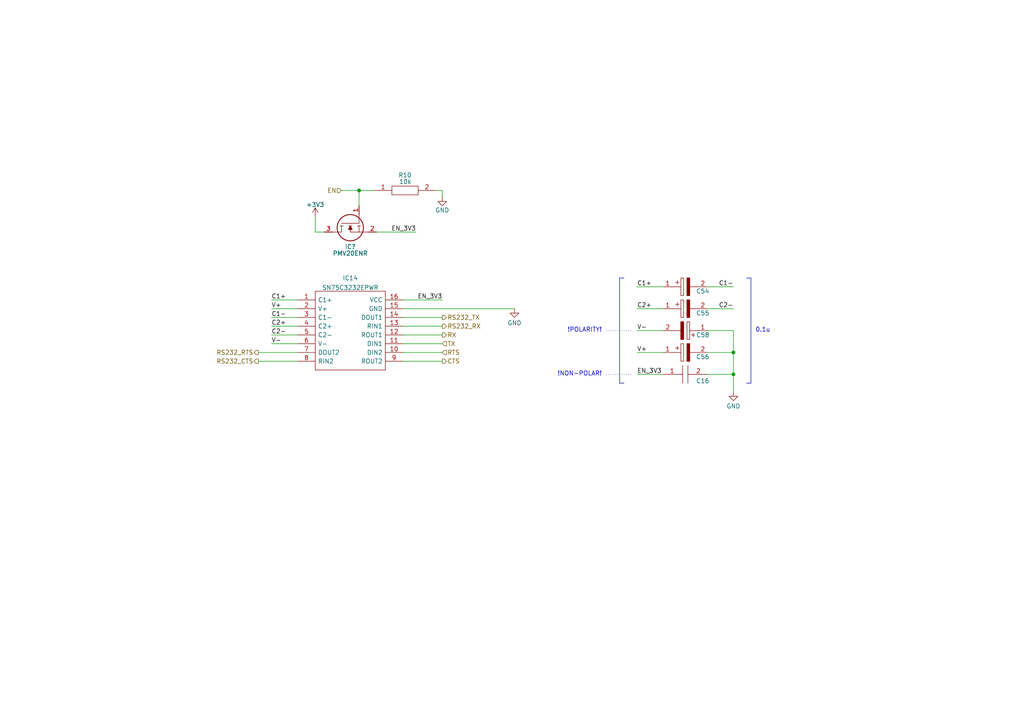
<source format=kicad_sch>
(kicad_sch
	(version 20231120)
	(generator "eeschema")
	(generator_version "8.0")
	(uuid "ffe571db-ea8d-4282-af34-5684a97c6779")
	(paper "A4")
	(title_block
		(title "Oro Link")
		(date "2023-07-15")
		(rev "6")
		(company "Oro Operating System")
		(comment 1 "://oro.sh")
		(comment 2 "Joshua Lee Junon")
	)
	(lib_symbols
		(symbol "Oro:MSAST1L3YB5104KFNA01"
			(pin_names
				(offset 0.762)
			)
			(exclude_from_sim no)
			(in_bom yes)
			(on_board yes)
			(property "Reference" "C"
				(at 8.89 6.35 0)
				(effects
					(font
						(size 1.27 1.27)
					)
					(justify left)
				)
			)
			(property "Value" "MSAST1L3YB5104KFNA01"
				(at 8.89 3.81 0)
				(effects
					(font
						(size 1.27 1.27)
					)
					(justify left)
				)
			)
			(property "Footprint" "CAPC1005X33N"
				(at 8.89 1.27 0)
				(effects
					(font
						(size 1.27 1.27)
					)
					(justify left)
					(hide yes)
				)
			)
			(property "Datasheet" "https://www.mouser.de/datasheet/2/396/TaiyoYuden_MSAST1L3YB5104KFNA01_SS-3009733.pdf"
				(at 8.89 -1.27 0)
				(effects
					(font
						(size 1.27 1.27)
					)
					(justify left)
					(hide yes)
				)
			)
			(property "Description" "Multilayer Ceramic Capacitors MLCC - SMD/SMT 0402 25VDC 0.1uF 10% X5R"
				(at 8.89 -3.81 0)
				(effects
					(font
						(size 1.27 1.27)
					)
					(justify left)
					(hide yes)
				)
			)
			(property "Height" "0.33"
				(at 8.89 -6.35 0)
				(effects
					(font
						(size 1.27 1.27)
					)
					(justify left)
					(hide yes)
				)
			)
			(property "Manufacturer_Name" "TAIYO YUDEN"
				(at 8.89 -8.89 0)
				(effects
					(font
						(size 1.27 1.27)
					)
					(justify left)
					(hide yes)
				)
			)
			(property "Manufacturer_Part_Number" "MSAST1L3YB5104KFNA01"
				(at 8.89 -11.43 0)
				(effects
					(font
						(size 1.27 1.27)
					)
					(justify left)
					(hide yes)
				)
			)
			(property "Mouser Part Number" "963-MSAST1L3YB5104KF"
				(at 8.89 -13.97 0)
				(effects
					(font
						(size 1.27 1.27)
					)
					(justify left)
					(hide yes)
				)
			)
			(property "Mouser Price/Stock" "https://www.mouser.de/ProductDetail/TAIYO-YUDEN/MSAST1L3YB5104KFNA01?qs=tlsG%2FOw5FFhBwK%252BMwEZpCA%3D%3D"
				(at 8.89 -16.51 0)
				(effects
					(font
						(size 1.27 1.27)
					)
					(justify left)
					(hide yes)
				)
			)
			(property "Arrow Part Number" ""
				(at 8.89 -19.05 0)
				(effects
					(font
						(size 1.27 1.27)
					)
					(justify left)
					(hide yes)
				)
			)
			(property "Arrow Price/Stock" ""
				(at 8.89 -21.59 0)
				(effects
					(font
						(size 1.27 1.27)
					)
					(justify left)
					(hide yes)
				)
			)
			(symbol "MSAST1L3YB5104KFNA01_0_0"
				(pin passive line
					(at 0 0 0)
					(length 5.08)
					(name "~"
						(effects
							(font
								(size 1.27 1.27)
							)
						)
					)
					(number "1"
						(effects
							(font
								(size 1.27 1.27)
							)
						)
					)
				)
				(pin passive line
					(at 12.7 0 180)
					(length 5.08)
					(name "~"
						(effects
							(font
								(size 1.27 1.27)
							)
						)
					)
					(number "2"
						(effects
							(font
								(size 1.27 1.27)
							)
						)
					)
				)
			)
			(symbol "MSAST1L3YB5104KFNA01_0_1"
				(polyline
					(pts
						(xy 5.08 0) (xy 5.588 0)
					)
					(stroke
						(width 0.1524)
						(type solid)
					)
					(fill
						(type none)
					)
				)
				(polyline
					(pts
						(xy 5.588 2.54) (xy 5.588 -2.54)
					)
					(stroke
						(width 0.1524)
						(type solid)
					)
					(fill
						(type none)
					)
				)
				(polyline
					(pts
						(xy 7.112 0) (xy 7.62 0)
					)
					(stroke
						(width 0.1524)
						(type solid)
					)
					(fill
						(type none)
					)
				)
				(polyline
					(pts
						(xy 7.112 2.54) (xy 7.112 -2.54)
					)
					(stroke
						(width 0.1524)
						(type solid)
					)
					(fill
						(type none)
					)
				)
			)
		)
		(symbol "SamacSys_Parts:CSD13380F3T"
			(pin_names
				(offset 0.762)
			)
			(exclude_from_sim no)
			(in_bom yes)
			(on_board yes)
			(property "Reference" "Q"
				(at 11.43 3.81 0)
				(effects
					(font
						(size 1.27 1.27)
					)
					(justify left)
				)
			)
			(property "Value" "CSD13380F3T"
				(at 11.43 1.27 0)
				(effects
					(font
						(size 1.27 1.27)
					)
					(justify left)
				)
			)
			(property "Footprint" "CSD13380F3T"
				(at 11.43 -1.27 0)
				(effects
					(font
						(size 1.27 1.27)
					)
					(justify left)
					(hide yes)
				)
			)
			(property "Datasheet" "https://www.ti.com/lit/ds/symlink/csd13380f3.pdf?ts=1610053095577"
				(at 11.43 -3.81 0)
				(effects
					(font
						(size 1.27 1.27)
					)
					(justify left)
					(hide yes)
				)
			)
			(property "Description" "12V, N ch NexFET MOSFET, single LGA0.6x0.7, 76mOhm"
				(at 11.43 -6.35 0)
				(effects
					(font
						(size 1.27 1.27)
					)
					(justify left)
					(hide yes)
				)
			)
			(property "Height" "0.35"
				(at 11.43 -8.89 0)
				(effects
					(font
						(size 1.27 1.27)
					)
					(justify left)
					(hide yes)
				)
			)
			(property "Manufacturer_Name" "Texas Instruments"
				(at 11.43 -11.43 0)
				(effects
					(font
						(size 1.27 1.27)
					)
					(justify left)
					(hide yes)
				)
			)
			(property "Manufacturer_Part_Number" "CSD13380F3T"
				(at 11.43 -13.97 0)
				(effects
					(font
						(size 1.27 1.27)
					)
					(justify left)
					(hide yes)
				)
			)
			(property "Mouser Part Number" "595-CSD13380F3T"
				(at 11.43 -16.51 0)
				(effects
					(font
						(size 1.27 1.27)
					)
					(justify left)
					(hide yes)
				)
			)
			(property "Mouser Price/Stock" "https://www.mouser.co.uk/ProductDetail/Texas-Instruments/CSD13380F3T?qs=S8zVn2bBIh85Rpxp8sld8w%3D%3D"
				(at 11.43 -19.05 0)
				(effects
					(font
						(size 1.27 1.27)
					)
					(justify left)
					(hide yes)
				)
			)
			(property "Arrow Part Number" "CSD13380F3T"
				(at 11.43 -21.59 0)
				(effects
					(font
						(size 1.27 1.27)
					)
					(justify left)
					(hide yes)
				)
			)
			(property "Arrow Price/Stock" "https://www.arrow.com/en/products/csd13380f3t/texas-instruments"
				(at 11.43 -24.13 0)
				(effects
					(font
						(size 1.27 1.27)
					)
					(justify left)
					(hide yes)
				)
			)
			(property "Mouser Testing Part Number" ""
				(at 11.43 -26.67 0)
				(effects
					(font
						(size 1.27 1.27)
					)
					(justify left)
					(hide yes)
				)
			)
			(property "Mouser Testing Price/Stock" ""
				(at 11.43 -29.21 0)
				(effects
					(font
						(size 1.27 1.27)
					)
					(justify left)
					(hide yes)
				)
			)
			(symbol "CSD13380F3T_0_0"
				(pin passive line
					(at 0 0 0)
					(length 2.54)
					(name "~"
						(effects
							(font
								(size 1.27 1.27)
							)
						)
					)
					(number "1"
						(effects
							(font
								(size 1.27 1.27)
							)
						)
					)
				)
				(pin passive line
					(at 7.62 -5.08 90)
					(length 2.54)
					(name "~"
						(effects
							(font
								(size 1.27 1.27)
							)
						)
					)
					(number "2"
						(effects
							(font
								(size 1.27 1.27)
							)
						)
					)
				)
				(pin passive line
					(at 7.62 10.16 270)
					(length 2.54)
					(name "~"
						(effects
							(font
								(size 1.27 1.27)
							)
						)
					)
					(number "3"
						(effects
							(font
								(size 1.27 1.27)
							)
						)
					)
				)
			)
			(symbol "CSD13380F3T_0_1"
				(polyline
					(pts
						(xy 5.842 -0.508) (xy 5.842 0.508)
					)
					(stroke
						(width 0.1524)
						(type default)
					)
					(fill
						(type none)
					)
				)
				(polyline
					(pts
						(xy 5.842 0) (xy 7.62 0)
					)
					(stroke
						(width 0.1524)
						(type default)
					)
					(fill
						(type none)
					)
				)
				(polyline
					(pts
						(xy 5.842 2.032) (xy 5.842 3.048)
					)
					(stroke
						(width 0.1524)
						(type default)
					)
					(fill
						(type none)
					)
				)
				(polyline
					(pts
						(xy 5.842 5.588) (xy 5.842 4.572)
					)
					(stroke
						(width 0.1524)
						(type default)
					)
					(fill
						(type none)
					)
				)
				(polyline
					(pts
						(xy 7.62 2.54) (xy 5.842 2.54)
					)
					(stroke
						(width 0.1524)
						(type default)
					)
					(fill
						(type none)
					)
				)
				(polyline
					(pts
						(xy 7.62 2.54) (xy 7.62 -2.54)
					)
					(stroke
						(width 0.1524)
						(type default)
					)
					(fill
						(type none)
					)
				)
				(polyline
					(pts
						(xy 7.62 5.08) (xy 5.842 5.08)
					)
					(stroke
						(width 0.1524)
						(type default)
					)
					(fill
						(type none)
					)
				)
				(polyline
					(pts
						(xy 7.62 5.08) (xy 7.62 7.62)
					)
					(stroke
						(width 0.1524)
						(type default)
					)
					(fill
						(type none)
					)
				)
				(polyline
					(pts
						(xy 2.54 0) (xy 5.08 0) (xy 5.08 5.08)
					)
					(stroke
						(width 0.1524)
						(type default)
					)
					(fill
						(type none)
					)
				)
				(polyline
					(pts
						(xy 5.842 2.54) (xy 6.858 3.048) (xy 6.858 2.032) (xy 5.842 2.54)
					)
					(stroke
						(width 0.254)
						(type default)
					)
					(fill
						(type outline)
					)
				)
				(circle
					(center 6.35 2.54)
					(radius 3.81)
					(stroke
						(width 0.254)
						(type default)
					)
					(fill
						(type none)
					)
				)
			)
		)
		(symbol "SamacSys_Parts:RK73H1ETTP1002F"
			(pin_names
				(offset 0.762)
			)
			(exclude_from_sim no)
			(in_bom yes)
			(on_board yes)
			(property "Reference" "R"
				(at 13.97 6.35 0)
				(effects
					(font
						(size 1.27 1.27)
					)
					(justify left)
				)
			)
			(property "Value" "RK73H1ETTP1002F"
				(at 13.97 3.81 0)
				(effects
					(font
						(size 1.27 1.27)
					)
					(justify left)
				)
			)
			(property "Footprint" "RESC1005X40N"
				(at 13.97 1.27 0)
				(effects
					(font
						(size 1.27 1.27)
					)
					(justify left)
					(hide yes)
				)
			)
			(property "Datasheet" "http://www.koaspeer.com/catimages/Products/RK73-RT/RK73-RT.pdf"
				(at 13.97 -1.27 0)
				(effects
					(font
						(size 1.27 1.27)
					)
					(justify left)
					(hide yes)
				)
			)
			(property "Description" "Resistor,ThickFilm1005,0.063W,10kohm"
				(at 13.97 -3.81 0)
				(effects
					(font
						(size 1.27 1.27)
					)
					(justify left)
					(hide yes)
				)
			)
			(property "Height" "0.4"
				(at 13.97 -6.35 0)
				(effects
					(font
						(size 1.27 1.27)
					)
					(justify left)
					(hide yes)
				)
			)
			(property "Manufacturer_Name" "KOA Speer"
				(at 13.97 -8.89 0)
				(effects
					(font
						(size 1.27 1.27)
					)
					(justify left)
					(hide yes)
				)
			)
			(property "Manufacturer_Part_Number" "RK73H1ETTP1002F"
				(at 13.97 -11.43 0)
				(effects
					(font
						(size 1.27 1.27)
					)
					(justify left)
					(hide yes)
				)
			)
			(property "Mouser Part Number" "660-RK73H1ETTP1002F"
				(at 13.97 -13.97 0)
				(effects
					(font
						(size 1.27 1.27)
					)
					(justify left)
					(hide yes)
				)
			)
			(property "Mouser Price/Stock" "https://www.mouser.co.uk/ProductDetail/KOA-Speer/RK73H1ETTP1002F?qs=uLfVlVfCHH2OZ4JTybrBPQ%3D%3D"
				(at 13.97 -16.51 0)
				(effects
					(font
						(size 1.27 1.27)
					)
					(justify left)
					(hide yes)
				)
			)
			(property "Arrow Part Number" "RK73H1ETTP1002F"
				(at 13.97 -19.05 0)
				(effects
					(font
						(size 1.27 1.27)
					)
					(justify left)
					(hide yes)
				)
			)
			(property "Arrow Price/Stock" "https://www.arrow.com/en/products/rk73h1ettp1002f/koa-speer-electronics?region=nac"
				(at 13.97 -21.59 0)
				(effects
					(font
						(size 1.27 1.27)
					)
					(justify left)
					(hide yes)
				)
			)
			(symbol "RK73H1ETTP1002F_0_0"
				(pin passive line
					(at 0 0 0)
					(length 5.08)
					(name "~"
						(effects
							(font
								(size 1.27 1.27)
							)
						)
					)
					(number "1"
						(effects
							(font
								(size 1.27 1.27)
							)
						)
					)
				)
				(pin passive line
					(at 17.78 0 180)
					(length 5.08)
					(name "~"
						(effects
							(font
								(size 1.27 1.27)
							)
						)
					)
					(number "2"
						(effects
							(font
								(size 1.27 1.27)
							)
						)
					)
				)
			)
			(symbol "RK73H1ETTP1002F_0_1"
				(polyline
					(pts
						(xy 5.08 1.27) (xy 12.7 1.27) (xy 12.7 -1.27) (xy 5.08 -1.27) (xy 5.08 1.27)
					)
					(stroke
						(width 0.1524)
						(type solid)
					)
					(fill
						(type none)
					)
				)
			)
		)
		(symbol "SamacSys_Parts:SN75C3232EPWR"
			(pin_names
				(offset 0.762)
			)
			(exclude_from_sim no)
			(in_bom yes)
			(on_board yes)
			(property "Reference" "IC"
				(at 26.67 7.62 0)
				(effects
					(font
						(size 1.27 1.27)
					)
					(justify left)
				)
			)
			(property "Value" "SN75C3232EPWR"
				(at 26.67 5.08 0)
				(effects
					(font
						(size 1.27 1.27)
					)
					(justify left)
				)
			)
			(property "Footprint" "SOP65P640X120-16N"
				(at 26.67 2.54 0)
				(effects
					(font
						(size 1.27 1.27)
					)
					(justify left)
					(hide yes)
				)
			)
			(property "Datasheet" "http://www.ti.com/lit/gpn/sn75c3232e"
				(at 26.67 0 0)
				(effects
					(font
						(size 1.27 1.27)
					)
					(justify left)
					(hide yes)
				)
			)
			(property "Description" "3-V To 5.5-V Two Channel RS-232 1 Mbit/s Line Driver/Receiver with +/-15 kV IEC ESD Protection"
				(at 26.67 -2.54 0)
				(effects
					(font
						(size 1.27 1.27)
					)
					(justify left)
					(hide yes)
				)
			)
			(property "Height" "1.2"
				(at 26.67 -5.08 0)
				(effects
					(font
						(size 1.27 1.27)
					)
					(justify left)
					(hide yes)
				)
			)
			(property "Manufacturer_Name" "Texas Instruments"
				(at 26.67 -7.62 0)
				(effects
					(font
						(size 1.27 1.27)
					)
					(justify left)
					(hide yes)
				)
			)
			(property "Manufacturer_Part_Number" "SN75C3232EPWR"
				(at 26.67 -10.16 0)
				(effects
					(font
						(size 1.27 1.27)
					)
					(justify left)
					(hide yes)
				)
			)
			(property "Mouser Part Number" "595-SN75C3232EPWR"
				(at 26.67 -12.7 0)
				(effects
					(font
						(size 1.27 1.27)
					)
					(justify left)
					(hide yes)
				)
			)
			(property "Mouser Price/Stock" "https://www.mouser.com/Search/Refine.aspx?Keyword=595-SN75C3232EPWR"
				(at 26.67 -15.24 0)
				(effects
					(font
						(size 1.27 1.27)
					)
					(justify left)
					(hide yes)
				)
			)
			(property "Arrow Part Number" "SN75C3232EPWR"
				(at 26.67 -17.78 0)
				(effects
					(font
						(size 1.27 1.27)
					)
					(justify left)
					(hide yes)
				)
			)
			(property "Arrow Price/Stock" "https://www.arrow.com/en/products/sn75c3232epwr/texas-instruments"
				(at 26.67 -20.32 0)
				(effects
					(font
						(size 1.27 1.27)
					)
					(justify left)
					(hide yes)
				)
			)
			(symbol "SN75C3232EPWR_0_0"
				(pin passive line
					(at 0 0 0)
					(length 5.08)
					(name "C1+"
						(effects
							(font
								(size 1.27 1.27)
							)
						)
					)
					(number "1"
						(effects
							(font
								(size 1.27 1.27)
							)
						)
					)
				)
				(pin passive line
					(at 30.48 -15.24 180)
					(length 5.08)
					(name "DIN2"
						(effects
							(font
								(size 1.27 1.27)
							)
						)
					)
					(number "10"
						(effects
							(font
								(size 1.27 1.27)
							)
						)
					)
				)
				(pin passive line
					(at 30.48 -12.7 180)
					(length 5.08)
					(name "DIN1"
						(effects
							(font
								(size 1.27 1.27)
							)
						)
					)
					(number "11"
						(effects
							(font
								(size 1.27 1.27)
							)
						)
					)
				)
				(pin passive line
					(at 30.48 -10.16 180)
					(length 5.08)
					(name "ROUT1"
						(effects
							(font
								(size 1.27 1.27)
							)
						)
					)
					(number "12"
						(effects
							(font
								(size 1.27 1.27)
							)
						)
					)
				)
				(pin passive line
					(at 30.48 -7.62 180)
					(length 5.08)
					(name "RIN1"
						(effects
							(font
								(size 1.27 1.27)
							)
						)
					)
					(number "13"
						(effects
							(font
								(size 1.27 1.27)
							)
						)
					)
				)
				(pin passive line
					(at 30.48 -5.08 180)
					(length 5.08)
					(name "DOUT1"
						(effects
							(font
								(size 1.27 1.27)
							)
						)
					)
					(number "14"
						(effects
							(font
								(size 1.27 1.27)
							)
						)
					)
				)
				(pin passive line
					(at 30.48 -2.54 180)
					(length 5.08)
					(name "GND"
						(effects
							(font
								(size 1.27 1.27)
							)
						)
					)
					(number "15"
						(effects
							(font
								(size 1.27 1.27)
							)
						)
					)
				)
				(pin passive line
					(at 30.48 0 180)
					(length 5.08)
					(name "VCC"
						(effects
							(font
								(size 1.27 1.27)
							)
						)
					)
					(number "16"
						(effects
							(font
								(size 1.27 1.27)
							)
						)
					)
				)
				(pin passive line
					(at 0 -2.54 0)
					(length 5.08)
					(name "V+"
						(effects
							(font
								(size 1.27 1.27)
							)
						)
					)
					(number "2"
						(effects
							(font
								(size 1.27 1.27)
							)
						)
					)
				)
				(pin passive line
					(at 0 -5.08 0)
					(length 5.08)
					(name "C1-"
						(effects
							(font
								(size 1.27 1.27)
							)
						)
					)
					(number "3"
						(effects
							(font
								(size 1.27 1.27)
							)
						)
					)
				)
				(pin passive line
					(at 0 -7.62 0)
					(length 5.08)
					(name "C2+"
						(effects
							(font
								(size 1.27 1.27)
							)
						)
					)
					(number "4"
						(effects
							(font
								(size 1.27 1.27)
							)
						)
					)
				)
				(pin passive line
					(at 0 -10.16 0)
					(length 5.08)
					(name "C2-"
						(effects
							(font
								(size 1.27 1.27)
							)
						)
					)
					(number "5"
						(effects
							(font
								(size 1.27 1.27)
							)
						)
					)
				)
				(pin passive line
					(at 0 -12.7 0)
					(length 5.08)
					(name "V-"
						(effects
							(font
								(size 1.27 1.27)
							)
						)
					)
					(number "6"
						(effects
							(font
								(size 1.27 1.27)
							)
						)
					)
				)
				(pin passive line
					(at 0 -15.24 0)
					(length 5.08)
					(name "DOUT2"
						(effects
							(font
								(size 1.27 1.27)
							)
						)
					)
					(number "7"
						(effects
							(font
								(size 1.27 1.27)
							)
						)
					)
				)
				(pin passive line
					(at 0 -17.78 0)
					(length 5.08)
					(name "RIN2"
						(effects
							(font
								(size 1.27 1.27)
							)
						)
					)
					(number "8"
						(effects
							(font
								(size 1.27 1.27)
							)
						)
					)
				)
				(pin passive line
					(at 30.48 -17.78 180)
					(length 5.08)
					(name "ROUT2"
						(effects
							(font
								(size 1.27 1.27)
							)
						)
					)
					(number "9"
						(effects
							(font
								(size 1.27 1.27)
							)
						)
					)
				)
			)
			(symbol "SN75C3232EPWR_0_1"
				(polyline
					(pts
						(xy 5.08 2.54) (xy 25.4 2.54) (xy 25.4 -20.32) (xy 5.08 -20.32) (xy 5.08 2.54)
					)
					(stroke
						(width 0.1524)
						(type solid)
					)
					(fill
						(type none)
					)
				)
			)
		)
		(symbol "SamacSys_Parts:UUP1H0R1MCL1GS"
			(pin_names
				(offset 0.762)
			)
			(exclude_from_sim no)
			(in_bom yes)
			(on_board yes)
			(property "Reference" "C"
				(at 8.89 6.35 0)
				(effects
					(font
						(size 1.27 1.27)
					)
					(justify left)
				)
			)
			(property "Value" "UUP1H0R1MCL1GS"
				(at 8.89 3.81 0)
				(effects
					(font
						(size 1.27 1.27)
					)
					(justify left)
				)
			)
			(property "Footprint" "CAPAE430X610N"
				(at 8.89 1.27 0)
				(effects
					(font
						(size 1.27 1.27)
					)
					(justify left)
					(hide yes)
				)
			)
			(property "Datasheet" "http://www.mouser.com/datasheet/2/293/e-uup-1513248.pdf"
				(at 8.89 -1.27 0)
				(effects
					(font
						(size 1.27 1.27)
					)
					(justify left)
					(hide yes)
				)
			)
			(property "Description" "Aluminum Electrolytic Capacitors - SMD 35volts 0.1uF 85c 4X5.8"
				(at 8.89 -3.81 0)
				(effects
					(font
						(size 1.27 1.27)
					)
					(justify left)
					(hide yes)
				)
			)
			(property "Height" "6.1"
				(at 8.89 -6.35 0)
				(effects
					(font
						(size 1.27 1.27)
					)
					(justify left)
					(hide yes)
				)
			)
			(property "Manufacturer_Name" "Nichicon"
				(at 8.89 -8.89 0)
				(effects
					(font
						(size 1.27 1.27)
					)
					(justify left)
					(hide yes)
				)
			)
			(property "Manufacturer_Part_Number" "UUP1H0R1MCL1GS"
				(at 8.89 -11.43 0)
				(effects
					(font
						(size 1.27 1.27)
					)
					(justify left)
					(hide yes)
				)
			)
			(property "Mouser Part Number" "647-UUP1H0R1MCL1GS"
				(at 8.89 -13.97 0)
				(effects
					(font
						(size 1.27 1.27)
					)
					(justify left)
					(hide yes)
				)
			)
			(property "Mouser Price/Stock" "https://www.mouser.co.uk/ProductDetail/Nichicon/UUP1H0R1MCL1GS?qs=huzeVNXgovXvQmoxbanaNw%3D%3D"
				(at 8.89 -16.51 0)
				(effects
					(font
						(size 1.27 1.27)
					)
					(justify left)
					(hide yes)
				)
			)
			(property "Arrow Part Number" "UUP1H0R1MCL1GS"
				(at 8.89 -19.05 0)
				(effects
					(font
						(size 1.27 1.27)
					)
					(justify left)
					(hide yes)
				)
			)
			(property "Arrow Price/Stock" "https://www.arrow.com/en/products/uup1h0r1mcl1gs/nichicon?region=nac"
				(at 8.89 -21.59 0)
				(effects
					(font
						(size 1.27 1.27)
					)
					(justify left)
					(hide yes)
				)
			)
			(symbol "UUP1H0R1MCL1GS_0_0"
				(pin passive line
					(at 0 0 0)
					(length 2.54)
					(name "~"
						(effects
							(font
								(size 1.27 1.27)
							)
						)
					)
					(number "1"
						(effects
							(font
								(size 1.27 1.27)
							)
						)
					)
				)
				(pin passive line
					(at 12.7 0 180)
					(length 2.54)
					(name "~"
						(effects
							(font
								(size 1.27 1.27)
							)
						)
					)
					(number "2"
						(effects
							(font
								(size 1.27 1.27)
							)
						)
					)
				)
			)
			(symbol "UUP1H0R1MCL1GS_0_1"
				(polyline
					(pts
						(xy 2.54 0) (xy 5.08 0)
					)
					(stroke
						(width 0.1524)
						(type solid)
					)
					(fill
						(type none)
					)
				)
				(polyline
					(pts
						(xy 4.064 1.778) (xy 4.064 0.762)
					)
					(stroke
						(width 0.1524)
						(type solid)
					)
					(fill
						(type none)
					)
				)
				(polyline
					(pts
						(xy 4.572 1.27) (xy 3.556 1.27)
					)
					(stroke
						(width 0.1524)
						(type solid)
					)
					(fill
						(type none)
					)
				)
				(polyline
					(pts
						(xy 7.62 0) (xy 10.16 0)
					)
					(stroke
						(width 0.1524)
						(type solid)
					)
					(fill
						(type none)
					)
				)
				(polyline
					(pts
						(xy 5.08 2.54) (xy 5.08 -2.54) (xy 5.842 -2.54) (xy 5.842 2.54) (xy 5.08 2.54)
					)
					(stroke
						(width 0.1524)
						(type solid)
					)
					(fill
						(type none)
					)
				)
				(polyline
					(pts
						(xy 7.62 2.54) (xy 7.62 -2.54) (xy 6.858 -2.54) (xy 6.858 2.54) (xy 7.62 2.54)
					)
					(stroke
						(width 0.254)
						(type solid)
					)
					(fill
						(type outline)
					)
				)
			)
		)
		(symbol "power:+3V3"
			(power)
			(pin_names
				(offset 0)
			)
			(exclude_from_sim no)
			(in_bom yes)
			(on_board yes)
			(property "Reference" "#PWR"
				(at 0 -3.81 0)
				(effects
					(font
						(size 1.27 1.27)
					)
					(hide yes)
				)
			)
			(property "Value" "+3V3"
				(at 0 3.556 0)
				(effects
					(font
						(size 1.27 1.27)
					)
				)
			)
			(property "Footprint" ""
				(at 0 0 0)
				(effects
					(font
						(size 1.27 1.27)
					)
					(hide yes)
				)
			)
			(property "Datasheet" ""
				(at 0 0 0)
				(effects
					(font
						(size 1.27 1.27)
					)
					(hide yes)
				)
			)
			(property "Description" "Power symbol creates a global label with name \"+3V3\""
				(at 0 0 0)
				(effects
					(font
						(size 1.27 1.27)
					)
					(hide yes)
				)
			)
			(property "ki_keywords" "global power"
				(at 0 0 0)
				(effects
					(font
						(size 1.27 1.27)
					)
					(hide yes)
				)
			)
			(symbol "+3V3_0_1"
				(polyline
					(pts
						(xy -0.762 1.27) (xy 0 2.54)
					)
					(stroke
						(width 0)
						(type default)
					)
					(fill
						(type none)
					)
				)
				(polyline
					(pts
						(xy 0 0) (xy 0 2.54)
					)
					(stroke
						(width 0)
						(type default)
					)
					(fill
						(type none)
					)
				)
				(polyline
					(pts
						(xy 0 2.54) (xy 0.762 1.27)
					)
					(stroke
						(width 0)
						(type default)
					)
					(fill
						(type none)
					)
				)
			)
			(symbol "+3V3_1_1"
				(pin power_in line
					(at 0 0 90)
					(length 0) hide
					(name "+3V3"
						(effects
							(font
								(size 1.27 1.27)
							)
						)
					)
					(number "1"
						(effects
							(font
								(size 1.27 1.27)
							)
						)
					)
				)
			)
		)
		(symbol "power:GND"
			(power)
			(pin_names
				(offset 0)
			)
			(exclude_from_sim no)
			(in_bom yes)
			(on_board yes)
			(property "Reference" "#PWR"
				(at 0 -6.35 0)
				(effects
					(font
						(size 1.27 1.27)
					)
					(hide yes)
				)
			)
			(property "Value" "GND"
				(at 0 -3.81 0)
				(effects
					(font
						(size 1.27 1.27)
					)
				)
			)
			(property "Footprint" ""
				(at 0 0 0)
				(effects
					(font
						(size 1.27 1.27)
					)
					(hide yes)
				)
			)
			(property "Datasheet" ""
				(at 0 0 0)
				(effects
					(font
						(size 1.27 1.27)
					)
					(hide yes)
				)
			)
			(property "Description" "Power symbol creates a global label with name \"GND\" , ground"
				(at 0 0 0)
				(effects
					(font
						(size 1.27 1.27)
					)
					(hide yes)
				)
			)
			(property "ki_keywords" "global power"
				(at 0 0 0)
				(effects
					(font
						(size 1.27 1.27)
					)
					(hide yes)
				)
			)
			(symbol "GND_0_1"
				(polyline
					(pts
						(xy 0 0) (xy 0 -1.27) (xy 1.27 -1.27) (xy 0 -2.54) (xy -1.27 -1.27) (xy 0 -1.27)
					)
					(stroke
						(width 0)
						(type default)
					)
					(fill
						(type none)
					)
				)
			)
			(symbol "GND_1_1"
				(pin power_in line
					(at 0 0 270)
					(length 0) hide
					(name "GND"
						(effects
							(font
								(size 1.27 1.27)
							)
						)
					)
					(number "1"
						(effects
							(font
								(size 1.27 1.27)
							)
						)
					)
				)
			)
		)
	)
	(junction
		(at 104.14 55.245)
		(diameter 0)
		(color 0 0 0 0)
		(uuid "a11b1d7e-f885-4824-873f-d1b83e0a08dc")
	)
	(junction
		(at 212.725 102.235)
		(diameter 0)
		(color 0 0 0 0)
		(uuid "b153dc2d-d720-43ec-88cd-b04d77d5f3ce")
	)
	(junction
		(at 212.725 108.585)
		(diameter 0)
		(color 0 0 0 0)
		(uuid "b380e257-24d3-4bf0-b764-a5f06fd40e65")
	)
	(wire
		(pts
			(xy 116.84 92.075) (xy 128.27 92.075)
		)
		(stroke
			(width 0)
			(type default)
		)
		(uuid "0d66be49-115c-4321-8d3d-7b2cb961fd8f")
	)
	(wire
		(pts
			(xy 116.84 86.995) (xy 128.27 86.995)
		)
		(stroke
			(width 0)
			(type default)
		)
		(uuid "1b0c3fa9-1932-4ba2-8d7a-bcb433e418d2")
	)
	(wire
		(pts
			(xy 91.44 62.865) (xy 91.44 67.31)
		)
		(stroke
			(width 0)
			(type default)
		)
		(uuid "26610666-1387-4745-8704-5704c8f03053")
	)
	(wire
		(pts
			(xy 212.725 108.585) (xy 212.725 113.665)
		)
		(stroke
			(width 0)
			(type default)
		)
		(uuid "29cabc9a-878d-465c-9412-f8e0cab649bf")
	)
	(wire
		(pts
			(xy 128.27 55.245) (xy 128.27 57.15)
		)
		(stroke
			(width 0)
			(type default)
		)
		(uuid "2c419f0b-f465-4afa-a96e-9bcf136ce129")
	)
	(wire
		(pts
			(xy 104.14 55.245) (xy 104.14 59.69)
		)
		(stroke
			(width 0)
			(type default)
		)
		(uuid "4737765d-9db5-4b3f-86c4-8bfb92af9031")
	)
	(wire
		(pts
			(xy 104.14 55.245) (xy 99.06 55.245)
		)
		(stroke
			(width 0)
			(type default)
		)
		(uuid "4a06f52a-a253-4e85-abb5-01ce036d576b")
	)
	(wire
		(pts
			(xy 184.785 95.885) (xy 192.405 95.885)
		)
		(stroke
			(width 0)
			(type default)
		)
		(uuid "4a90b78b-84a2-4ac3-b08d-cdfd9d8e9e9f")
	)
	(wire
		(pts
			(xy 78.74 99.695) (xy 86.36 99.695)
		)
		(stroke
			(width 0)
			(type default)
		)
		(uuid "54c9216b-6402-4cb4-b3ec-752b7de18684")
	)
	(wire
		(pts
			(xy 126.365 55.245) (xy 128.27 55.245)
		)
		(stroke
			(width 0)
			(type default)
		)
		(uuid "6a925d6f-72e6-4d24-90ba-34dccd054f6c")
	)
	(wire
		(pts
			(xy 78.74 89.535) (xy 86.36 89.535)
		)
		(stroke
			(width 0)
			(type default)
		)
		(uuid "74f55c40-c75f-467d-b906-b59b2e947972")
	)
	(wire
		(pts
			(xy 78.74 86.995) (xy 86.36 86.995)
		)
		(stroke
			(width 0)
			(type default)
		)
		(uuid "7861e053-1ad7-46cc-b028-a5bbab378503")
	)
	(wire
		(pts
			(xy 116.84 99.695) (xy 128.27 99.695)
		)
		(stroke
			(width 0)
			(type default)
		)
		(uuid "8645fbb3-9702-416a-a4e3-c3062d2762ed")
	)
	(wire
		(pts
			(xy 184.785 83.185) (xy 192.405 83.185)
		)
		(stroke
			(width 0)
			(type default)
		)
		(uuid "8a5f2cd1-0aed-4eca-be28-dc1793b060a9")
	)
	(wire
		(pts
			(xy 212.725 102.235) (xy 212.725 108.585)
		)
		(stroke
			(width 0)
			(type default)
		)
		(uuid "8d110a4d-f5e7-4fa0-852f-5db4e844cb13")
	)
	(wire
		(pts
			(xy 212.725 95.885) (xy 212.725 102.235)
		)
		(stroke
			(width 0)
			(type default)
		)
		(uuid "8eae00b2-2df2-40ec-b89e-3c876c232e7e")
	)
	(wire
		(pts
			(xy 184.785 108.585) (xy 192.405 108.585)
		)
		(stroke
			(width 0)
			(type default)
		)
		(uuid "929d0e65-4d02-4321-bb2e-7ca3885a5688")
	)
	(wire
		(pts
			(xy 212.725 83.185) (xy 205.105 83.185)
		)
		(stroke
			(width 0)
			(type default)
		)
		(uuid "a227bb33-6892-4d21-b53c-9d30ebab5d55")
	)
	(wire
		(pts
			(xy 116.84 104.775) (xy 128.27 104.775)
		)
		(stroke
			(width 0)
			(type default)
		)
		(uuid "a7dfe36c-1d51-4736-b51f-624643250141")
	)
	(wire
		(pts
			(xy 116.84 94.615) (xy 128.27 94.615)
		)
		(stroke
			(width 0)
			(type default)
		)
		(uuid "b40f1fac-b93b-4991-84a3-b123677d802f")
	)
	(wire
		(pts
			(xy 74.93 104.775) (xy 86.36 104.775)
		)
		(stroke
			(width 0)
			(type default)
		)
		(uuid "bea4811b-58fc-4441-a23b-f6ab9ad2145d")
	)
	(wire
		(pts
			(xy 91.44 67.31) (xy 93.98 67.31)
		)
		(stroke
			(width 0)
			(type default)
		)
		(uuid "c4f08b43-d1a3-43a8-9b9c-a0893d2ba8cf")
	)
	(wire
		(pts
			(xy 108.585 55.245) (xy 104.14 55.245)
		)
		(stroke
			(width 0)
			(type default)
		)
		(uuid "c865440e-f257-4f38-9426-2392071a6fc6")
	)
	(wire
		(pts
			(xy 184.785 89.535) (xy 192.405 89.535)
		)
		(stroke
			(width 0)
			(type default)
		)
		(uuid "c998962b-2f7d-4cf4-959c-06d0f8d5b77d")
	)
	(wire
		(pts
			(xy 205.105 108.585) (xy 212.725 108.585)
		)
		(stroke
			(width 0)
			(type default)
		)
		(uuid "cc7b822b-2b20-4784-a541-d025b7de2665")
	)
	(wire
		(pts
			(xy 78.74 94.615) (xy 86.36 94.615)
		)
		(stroke
			(width 0)
			(type default)
		)
		(uuid "ced3942e-d2c2-4914-bd13-696cc4d38f28")
	)
	(wire
		(pts
			(xy 74.93 102.235) (xy 86.36 102.235)
		)
		(stroke
			(width 0)
			(type default)
		)
		(uuid "d0b6c5d3-ddb9-4a39-b9f0-c8aea0242e7e")
	)
	(wire
		(pts
			(xy 205.105 102.235) (xy 212.725 102.235)
		)
		(stroke
			(width 0)
			(type default)
		)
		(uuid "db00529c-9a4c-4339-a8ff-1f3b18616a0e")
	)
	(wire
		(pts
			(xy 78.74 97.155) (xy 86.36 97.155)
		)
		(stroke
			(width 0)
			(type default)
		)
		(uuid "dfd1706d-9414-45f6-870d-38e41695135d")
	)
	(wire
		(pts
			(xy 120.65 67.31) (xy 109.22 67.31)
		)
		(stroke
			(width 0)
			(type default)
		)
		(uuid "e500e60c-30e6-48b8-8cca-82b6d8e99ffd")
	)
	(wire
		(pts
			(xy 184.785 102.235) (xy 192.405 102.235)
		)
		(stroke
			(width 0)
			(type default)
		)
		(uuid "e5ad6fa9-15e5-47b1-ae72-d9732ce163c4")
	)
	(wire
		(pts
			(xy 116.84 89.535) (xy 149.225 89.535)
		)
		(stroke
			(width 0)
			(type default)
		)
		(uuid "e8549487-7030-49fe-bb95-5fc6054e65da")
	)
	(wire
		(pts
			(xy 116.84 97.155) (xy 128.27 97.155)
		)
		(stroke
			(width 0)
			(type default)
		)
		(uuid "ee0894a3-7836-4b79-b3cf-ebf272e49768")
	)
	(wire
		(pts
			(xy 78.74 92.075) (xy 86.36 92.075)
		)
		(stroke
			(width 0)
			(type default)
		)
		(uuid "eebc0d2b-793b-4796-9d27-0a8b7f62e438")
	)
	(wire
		(pts
			(xy 205.105 95.885) (xy 212.725 95.885)
		)
		(stroke
			(width 0)
			(type default)
		)
		(uuid "f0f79810-77e6-444a-829c-11427eb70b5c")
	)
	(wire
		(pts
			(xy 212.725 89.535) (xy 205.105 89.535)
		)
		(stroke
			(width 0)
			(type default)
		)
		(uuid "f793fd85-495d-486f-a8c5-394cf3007a85")
	)
	(wire
		(pts
			(xy 116.84 102.235) (xy 128.27 102.235)
		)
		(stroke
			(width 0)
			(type default)
		)
		(uuid "faff8f99-2bb2-4c9b-ab1d-f4bafd9fdbdd")
	)
	(rectangle
		(start 179.705 80.645)
		(end 180.975 80.645)
		(stroke
			(width 0)
			(type default)
		)
		(fill
			(type none)
		)
		(uuid 07020cfa-66a3-458d-8a37-c0d34150efab)
	)
	(rectangle
		(start 179.705 111.125)
		(end 180.975 111.125)
		(stroke
			(width 0)
			(type default)
		)
		(fill
			(type none)
		)
		(uuid 12319d57-423b-44a0-985b-d1f6013f69fc)
	)
	(rectangle
		(start 217.805 80.645)
		(end 217.805 111.125)
		(stroke
			(width 0)
			(type default)
		)
		(fill
			(type none)
		)
		(uuid 3786dbd4-8a08-48c6-a094-9498179431de)
	)
	(rectangle
		(start 179.705 111.125)
		(end 179.705 80.645)
		(stroke
			(width 0)
			(type default)
		)
		(fill
			(type none)
		)
		(uuid 499afc96-ded0-414b-b833-3c3bf11134c4)
	)
	(rectangle
		(start 175.895 108.585)
		(end 183.515 108.585)
		(stroke
			(width 0)
			(type dot)
		)
		(fill
			(type none)
		)
		(uuid 59e2b7bc-fd8b-4352-a4ed-1ee67d59e3a8)
	)
	(rectangle
		(start 175.895 95.885)
		(end 183.515 95.885)
		(stroke
			(width 0)
			(type dot)
		)
		(fill
			(type none)
		)
		(uuid 80e63c67-6bc3-4840-9931-6fbc1931cf92)
	)
	(rectangle
		(start 216.535 111.125)
		(end 217.805 111.125)
		(stroke
			(width 0)
			(type default)
		)
		(fill
			(type none)
		)
		(uuid e9b7ab34-990f-4ceb-940b-d8f9f4de783e)
	)
	(rectangle
		(start 216.535 80.645)
		(end 217.805 80.645)
		(stroke
			(width 0)
			(type default)
		)
		(fill
			(type none)
		)
		(uuid f3600112-cab0-4f81-83bf-12fb12b317b5)
	)
	(text "!POLARITY!"
		(exclude_from_sim no)
		(at 174.625 96.52 0)
		(effects
			(font
				(size 1.27 1.27)
			)
			(justify right bottom)
		)
		(uuid "07a4f25c-8f1b-4830-a9fe-29f462ab6c78")
	)
	(text "!NON-POLAR!"
		(exclude_from_sim no)
		(at 174.625 109.22 0)
		(effects
			(font
				(size 1.27 1.27)
			)
			(justify right bottom)
		)
		(uuid "6ef265cc-c1f6-43c0-b1db-da84aaa318a3")
	)
	(text "0.1u"
		(exclude_from_sim no)
		(at 219.075 96.52 0)
		(effects
			(font
				(size 1.27 1.27)
			)
			(justify left bottom)
		)
		(uuid "c60f7189-d8d4-4926-b6a5-f2495e4269e7")
	)
	(label "V+"
		(at 184.785 102.235 0)
		(fields_autoplaced yes)
		(effects
			(font
				(size 1.27 1.27)
			)
			(justify left bottom)
		)
		(uuid "027971a8-aa82-40f4-aed2-50e73771ff7c")
	)
	(label "V-"
		(at 78.74 99.695 0)
		(fields_autoplaced yes)
		(effects
			(font
				(size 1.27 1.27)
			)
			(justify left bottom)
		)
		(uuid "4de4d5ff-3c68-4fe1-b493-bfa467a29bdb")
	)
	(label "V+"
		(at 78.74 89.535 0)
		(fields_autoplaced yes)
		(effects
			(font
				(size 1.27 1.27)
			)
			(justify left bottom)
		)
		(uuid "57d50a80-8ed3-41f9-a542-5738db3c75b1")
	)
	(label "C2+"
		(at 184.785 89.535 0)
		(fields_autoplaced yes)
		(effects
			(font
				(size 1.27 1.27)
			)
			(justify left bottom)
		)
		(uuid "67ebc332-0cef-4775-a799-21d71e29e1e6")
	)
	(label "C1-"
		(at 78.74 92.075 0)
		(fields_autoplaced yes)
		(effects
			(font
				(size 1.27 1.27)
			)
			(justify left bottom)
		)
		(uuid "802dbbd3-766f-478c-9856-1e5a1fa2397c")
	)
	(label "EN_3V3"
		(at 184.785 108.585 0)
		(fields_autoplaced yes)
		(effects
			(font
				(size 1.27 1.27)
			)
			(justify left bottom)
		)
		(uuid "8150aa77-ef76-44c2-8340-ec7335fcced8")
	)
	(label "EN_3V3"
		(at 128.27 86.995 180)
		(fields_autoplaced yes)
		(effects
			(font
				(size 1.27 1.27)
			)
			(justify right bottom)
		)
		(uuid "950128f7-a996-4235-a415-483242967c82")
	)
	(label "EN_3V3"
		(at 120.65 67.31 180)
		(fields_autoplaced yes)
		(effects
			(font
				(size 1.27 1.27)
			)
			(justify right bottom)
		)
		(uuid "9f63e8e5-5397-43b9-9134-c136527423ba")
	)
	(label "C2-"
		(at 212.725 89.535 180)
		(fields_autoplaced yes)
		(effects
			(font
				(size 1.27 1.27)
			)
			(justify right bottom)
		)
		(uuid "a27b65da-8e2a-4af0-8f32-85135a42f997")
	)
	(label "C1-"
		(at 212.725 83.185 180)
		(fields_autoplaced yes)
		(effects
			(font
				(size 1.27 1.27)
			)
			(justify right bottom)
		)
		(uuid "b4d35a2a-89f6-4e3a-b34c-e0e4fef2f44c")
	)
	(label "C2+"
		(at 78.74 94.615 0)
		(fields_autoplaced yes)
		(effects
			(font
				(size 1.27 1.27)
			)
			(justify left bottom)
		)
		(uuid "c8723387-45a3-46e3-a253-1993f08b7264")
	)
	(label "C1+"
		(at 78.74 86.995 0)
		(fields_autoplaced yes)
		(effects
			(font
				(size 1.27 1.27)
			)
			(justify left bottom)
		)
		(uuid "ebe2e7ca-68c6-4046-bf33-8b547cfc06f0")
	)
	(label "V-"
		(at 184.785 95.885 0)
		(fields_autoplaced yes)
		(effects
			(font
				(size 1.27 1.27)
			)
			(justify left bottom)
		)
		(uuid "f5187f3b-4a32-430c-a7ad-125cb913b16a")
	)
	(label "C2-"
		(at 78.74 97.155 0)
		(fields_autoplaced yes)
		(effects
			(font
				(size 1.27 1.27)
			)
			(justify left bottom)
		)
		(uuid "f547165f-7046-4eb1-b09a-d34e1ff3456e")
	)
	(label "C1+"
		(at 184.785 83.185 0)
		(fields_autoplaced yes)
		(effects
			(font
				(size 1.27 1.27)
			)
			(justify left bottom)
		)
		(uuid "fcba9fa8-647e-40e2-a0b7-3bafff6188f1")
	)
	(hierarchical_label "RTS"
		(shape input)
		(at 128.27 102.235 0)
		(fields_autoplaced yes)
		(effects
			(font
				(size 1.27 1.27)
			)
			(justify left)
		)
		(uuid "1c5dc82c-b003-4083-a1b4-63f15a75726e")
	)
	(hierarchical_label "RS232_RTS"
		(shape output)
		(at 74.93 102.235 180)
		(fields_autoplaced yes)
		(effects
			(font
				(size 1.27 1.27)
			)
			(justify right)
		)
		(uuid "1d096569-672a-4ef0-aaea-72197db94d8c")
	)
	(hierarchical_label "RX"
		(shape output)
		(at 128.27 97.155 0)
		(fields_autoplaced yes)
		(effects
			(font
				(size 1.27 1.27)
			)
			(justify left)
		)
		(uuid "3f4e7419-607e-424f-b635-3a8f71d3071a")
	)
	(hierarchical_label "RS232_RX"
		(shape output)
		(at 128.27 94.615 0)
		(fields_autoplaced yes)
		(effects
			(font
				(size 1.27 1.27)
			)
			(justify left)
		)
		(uuid "8dc0e5d6-73af-4106-9ca8-3b9e5296e5f5")
	)
	(hierarchical_label "RS232_TX"
		(shape output)
		(at 128.27 92.075 0)
		(fields_autoplaced yes)
		(effects
			(font
				(size 1.27 1.27)
			)
			(justify left)
		)
		(uuid "bf28723a-5dba-4ffb-938c-d3687e923280")
	)
	(hierarchical_label "RS232_CTS"
		(shape output)
		(at 74.93 104.775 180)
		(fields_autoplaced yes)
		(effects
			(font
				(size 1.27 1.27)
			)
			(justify right)
		)
		(uuid "ebed58e0-c1ac-4e22-899d-1fd0f4fbbf87")
	)
	(hierarchical_label "CTS"
		(shape output)
		(at 128.27 104.775 0)
		(fields_autoplaced yes)
		(effects
			(font
				(size 1.27 1.27)
			)
			(justify left)
		)
		(uuid "ec9ff147-1bbe-4fcd-840e-e43743b6bf54")
	)
	(hierarchical_label "EN"
		(shape input)
		(at 99.06 55.245 180)
		(fields_autoplaced yes)
		(effects
			(font
				(size 1.27 1.27)
			)
			(justify right)
		)
		(uuid "ecacfba5-39dd-44a7-892b-0a3809ad44df")
	)
	(hierarchical_label "TX"
		(shape input)
		(at 128.27 99.695 0)
		(fields_autoplaced yes)
		(effects
			(font
				(size 1.27 1.27)
			)
			(justify left)
		)
		(uuid "f33f3263-e0d1-47d3-a14a-214a8a6f5c19")
	)
	(symbol
		(lib_id "power:+3V3")
		(at 91.44 62.865 0)
		(mirror y)
		(unit 1)
		(exclude_from_sim no)
		(in_bom yes)
		(on_board yes)
		(dnp no)
		(fields_autoplaced yes)
		(uuid "0f223c70-69ed-4f19-a89e-026932bb2157")
		(property "Reference" "#PWR074"
			(at 91.44 66.675 0)
			(effects
				(font
					(size 1.27 1.27)
				)
				(hide yes)
			)
		)
		(property "Value" "+3V3"
			(at 91.44 59.3631 0)
			(effects
				(font
					(size 1.27 1.27)
				)
			)
		)
		(property "Footprint" ""
			(at 91.44 62.865 0)
			(effects
				(font
					(size 1.27 1.27)
				)
				(hide yes)
			)
		)
		(property "Datasheet" ""
			(at 91.44 62.865 0)
			(effects
				(font
					(size 1.27 1.27)
				)
				(hide yes)
			)
		)
		(property "Description" ""
			(at 91.44 62.865 0)
			(effects
				(font
					(size 1.27 1.27)
				)
				(hide yes)
			)
		)
		(pin "1"
			(uuid "7144c4c4-95ba-4755-b500-3d1ae1d925b0")
		)
		(instances
			(project "OroLink"
				(path "/e89dcd22-1250-4a5b-b778-1c95a0dd623d/a5104146-06a0-496e-bda0-1e4731a261c3"
					(reference "#PWR074")
					(unit 1)
				)
			)
		)
	)
	(symbol
		(lib_id "SamacSys_Parts:CSD13380F3T")
		(at 104.14 59.69 90)
		(mirror x)
		(unit 1)
		(exclude_from_sim no)
		(in_bom yes)
		(on_board yes)
		(dnp no)
		(fields_autoplaced yes)
		(uuid "1b2184bf-f0e3-4c0a-a177-1c213e9b6c67")
		(property "Reference" "IC?"
			(at 101.6 71.5725 90)
			(effects
				(font
					(size 1.27 1.27)
				)
			)
		)
		(property "Value" "PMV20ENR"
			(at 101.6 73.4935 90)
			(effects
				(font
					(size 1.27 1.27)
				)
			)
		)
		(property "Footprint" "SamacSys_Parts:SOT95P230X110-3N"
			(at 101.6 76.2 0)
			(effects
				(font
					(size 1.27 1.27)
				)
				(justify left)
				(hide yes)
			)
		)
		(property "Datasheet" "https://assets.nexperia.com/documents/data-sheet/PMV20EN.pdf"
			(at 104.14 76.2 0)
			(effects
				(font
					(size 1.27 1.27)
				)
				(justify left)
				(hide yes)
			)
		)
		(property "Description" "MOSFET 30V N-channel Trench MOSFET"
			(at 106.68 76.2 0)
			(effects
				(font
					(size 1.27 1.27)
				)
				(justify left)
				(hide yes)
			)
		)
		(property "Height" "1.1"
			(at 109.22 76.2 0)
			(effects
				(font
					(size 1.27 1.27)
				)
				(justify left)
				(hide yes)
			)
		)
		(property "Manufacturer_Name" "Nexperia"
			(at 111.76 76.2 0)
			(effects
				(font
					(size 1.27 1.27)
				)
				(justify left)
				(hide yes)
			)
		)
		(property "Manufacturer_Part_Number" "PMV20ENR"
			(at 114.3 76.2 0)
			(effects
				(font
					(size 1.27 1.27)
				)
				(justify left)
				(hide yes)
			)
		)
		(property "Mouser Part Number" "771-PMV20ENR"
			(at 116.84 76.2 0)
			(effects
				(font
					(size 1.27 1.27)
				)
				(justify left)
				(hide yes)
			)
		)
		(property "Mouser Price/Stock" "https://www.mouser.co.uk/ProductDetail/Nexperia/PMV20ENR?qs=sV%252BQJnSpgu%2FSnnW%252BQ4V7GA%3D%3D"
			(at 119.38 76.2 0)
			(effects
				(font
					(size 1.27 1.27)
				)
				(justify left)
				(hide yes)
			)
		)
		(property "Arrow Part Number" "PMV20ENR"
			(at 121.92 76.2 0)
			(effects
				(font
					(size 1.27 1.27)
				)
				(justify left)
				(hide yes)
			)
		)
		(property "Arrow Price/Stock" "https://www.arrow.com/en/products/pmv20enr/nexperia?region=nac"
			(at 124.46 76.2 0)
			(effects
				(font
					(size 1.27 1.27)
				)
				(justify left)
				(hide yes)
			)
		)
		(property "Mouser Testing Part Number" ""
			(at 127 76.2 0)
			(effects
				(font
					(size 1.27 1.27)
				)
				(justify left)
				(hide yes)
			)
		)
		(property "Mouser Testing Price/Stock" ""
			(at 129.54 76.2 0)
			(effects
				(font
					(size 1.27 1.27)
				)
				(justify left)
				(hide yes)
			)
		)
		(pin "1"
			(uuid "61a9ba91-db1c-44ab-bee9-040dd2f43fb5")
		)
		(pin "2"
			(uuid "e59ca4cc-5353-4345-96fd-7e749078d353")
		)
		(pin "3"
			(uuid "1e3cccf2-8769-4e07-a86c-63dbf342a506")
		)
		(instances
			(project "Oro Testbed v2"
				(path "/3d0fc623-63eb-45e5-a304-e470d9b3a173"
					(reference "IC?")
					(unit 1)
				)
				(path "/3d0fc623-63eb-45e5-a304-e470d9b3a173/62e8cddc-1c26-4fab-8954-689e69f767da"
					(reference "IC22")
					(unit 1)
				)
			)
			(project "OroLink"
				(path "/e89dcd22-1250-4a5b-b778-1c95a0dd623d/a5104146-06a0-496e-bda0-1e4731a261c3"
					(reference "IC15")
					(unit 1)
				)
			)
		)
	)
	(symbol
		(lib_id "power:GND")
		(at 128.27 57.15 0)
		(unit 1)
		(exclude_from_sim no)
		(in_bom yes)
		(on_board yes)
		(dnp no)
		(uuid "1b5a56b7-8d8e-450f-a82c-18d54506e0ea")
		(property "Reference" "#PWR?"
			(at 128.27 63.5 0)
			(effects
				(font
					(size 1.27 1.27)
				)
				(hide yes)
			)
		)
		(property "Value" "GND"
			(at 128.27 60.96 0)
			(effects
				(font
					(size 1.27 1.27)
				)
			)
		)
		(property "Footprint" ""
			(at 128.27 57.15 0)
			(effects
				(font
					(size 1.27 1.27)
				)
				(hide yes)
			)
		)
		(property "Datasheet" ""
			(at 128.27 57.15 0)
			(effects
				(font
					(size 1.27 1.27)
				)
				(hide yes)
			)
		)
		(property "Description" ""
			(at 128.27 57.15 0)
			(effects
				(font
					(size 1.27 1.27)
				)
				(hide yes)
			)
		)
		(pin "1"
			(uuid "49c6113b-d463-4da6-9101-6b6f4c77443d")
		)
		(instances
			(project "Oro Testbed v2"
				(path "/3d0fc623-63eb-45e5-a304-e470d9b3a173"
					(reference "#PWR?")
					(unit 1)
				)
				(path "/3d0fc623-63eb-45e5-a304-e470d9b3a173/62e8cddc-1c26-4fab-8954-689e69f767da"
					(reference "#PWR089")
					(unit 1)
				)
			)
			(project "OroLink"
				(path "/e89dcd22-1250-4a5b-b778-1c95a0dd623d/a5104146-06a0-496e-bda0-1e4731a261c3"
					(reference "#PWR075")
					(unit 1)
				)
			)
		)
	)
	(symbol
		(lib_id "SamacSys_Parts:UUP1H0R1MCL1GS")
		(at 205.105 95.885 180)
		(unit 1)
		(exclude_from_sim no)
		(in_bom yes)
		(on_board yes)
		(dnp no)
		(uuid "1cfa70f5-4f15-407d-99c1-ebb0ae512f1e")
		(property "Reference" "C58"
			(at 203.835 97.155 0)
			(effects
				(font
					(size 1.27 1.27)
				)
			)
		)
		(property "Value" "0.1u"
			(at 194.945 94.615 0)
			(effects
				(font
					(size 1.27 1.27)
				)
				(hide yes)
			)
		)
		(property "Footprint" "CAPAE430X610N"
			(at 196.215 97.155 0)
			(effects
				(font
					(size 1.27 1.27)
				)
				(justify left)
				(hide yes)
			)
		)
		(property "Datasheet" "http://www.mouser.com/datasheet/2/293/e-uup-1513248.pdf"
			(at 196.215 94.615 0)
			(effects
				(font
					(size 1.27 1.27)
				)
				(justify left)
				(hide yes)
			)
		)
		(property "Description" "Aluminum Electrolytic Capacitors - SMD 35volts 0.1uF 85c 4X5.8"
			(at 196.215 92.075 0)
			(effects
				(font
					(size 1.27 1.27)
				)
				(justify left)
				(hide yes)
			)
		)
		(property "Height" "6.1"
			(at 196.215 89.535 0)
			(effects
				(font
					(size 1.27 1.27)
				)
				(justify left)
				(hide yes)
			)
		)
		(property "Manufacturer_Name" "Nichicon"
			(at 196.215 86.995 0)
			(effects
				(font
					(size 1.27 1.27)
				)
				(justify left)
				(hide yes)
			)
		)
		(property "Manufacturer_Part_Number" "UUP1H0R1MCL1GS"
			(at 196.215 84.455 0)
			(effects
				(font
					(size 1.27 1.27)
				)
				(justify left)
				(hide yes)
			)
		)
		(property "Mouser Part Number" "647-UUP1H0R1MCL1GS"
			(at 196.215 81.915 0)
			(effects
				(font
					(size 1.27 1.27)
				)
				(justify left)
				(hide yes)
			)
		)
		(property "Mouser Price/Stock" "https://www.mouser.co.uk/ProductDetail/Nichicon/UUP1H0R1MCL1GS?qs=huzeVNXgovXvQmoxbanaNw%3D%3D"
			(at 196.215 79.375 0)
			(effects
				(font
					(size 1.27 1.27)
				)
				(justify left)
				(hide yes)
			)
		)
		(property "Arrow Part Number" "UUP1H0R1MCL1GS"
			(at 196.215 76.835 0)
			(effects
				(font
					(size 1.27 1.27)
				)
				(justify left)
				(hide yes)
			)
		)
		(property "Arrow Price/Stock" "https://www.arrow.com/en/products/uup1h0r1mcl1gs/nichicon?region=nac"
			(at 196.215 74.295 0)
			(effects
				(font
					(size 1.27 1.27)
				)
				(justify left)
				(hide yes)
			)
		)
		(pin "1"
			(uuid "88985c42-0e97-41c4-8387-6c605a955727")
		)
		(pin "2"
			(uuid "9471770c-93dd-4cb2-b00c-d97cf49ec639")
		)
		(instances
			(project "OroLink"
				(path "/e89dcd22-1250-4a5b-b778-1c95a0dd623d/a5104146-06a0-496e-bda0-1e4731a261c3"
					(reference "C58")
					(unit 1)
				)
			)
		)
	)
	(symbol
		(lib_id "SamacSys_Parts:SN75C3232EPWR")
		(at 86.36 86.995 0)
		(unit 1)
		(exclude_from_sim no)
		(in_bom yes)
		(on_board yes)
		(dnp no)
		(uuid "22b29ed6-ab23-47a8-9234-ead086469d72")
		(property "Reference" "IC14"
			(at 101.6 80.645 0)
			(effects
				(font
					(size 1.27 1.27)
				)
			)
		)
		(property "Value" "SN75C3232EPWR"
			(at 101.6 83.4169 0)
			(effects
				(font
					(size 1.27 1.27)
				)
			)
		)
		(property "Footprint" "SOP65P640X120-16N"
			(at 113.03 84.455 0)
			(effects
				(font
					(size 1.27 1.27)
				)
				(justify left)
				(hide yes)
			)
		)
		(property "Datasheet" "http://www.ti.com/lit/gpn/sn75c3232e"
			(at 113.03 86.995 0)
			(effects
				(font
					(size 1.27 1.27)
				)
				(justify left)
				(hide yes)
			)
		)
		(property "Description" "3-V To 5.5-V Two Channel RS-232 1 Mbit/s Line Driver/Receiver with +/-15 kV IEC ESD Protection"
			(at 113.03 89.535 0)
			(effects
				(font
					(size 1.27 1.27)
				)
				(justify left)
				(hide yes)
			)
		)
		(property "Height" "1.2"
			(at 113.03 92.075 0)
			(effects
				(font
					(size 1.27 1.27)
				)
				(justify left)
				(hide yes)
			)
		)
		(property "Manufacturer_Name" "Texas Instruments"
			(at 113.03 94.615 0)
			(effects
				(font
					(size 1.27 1.27)
				)
				(justify left)
				(hide yes)
			)
		)
		(property "Manufacturer_Part_Number" "SN75C3232EPWR"
			(at 113.03 97.155 0)
			(effects
				(font
					(size 1.27 1.27)
				)
				(justify left)
				(hide yes)
			)
		)
		(property "Mouser Part Number" "595-SN75C3232EPWR"
			(at 113.03 99.695 0)
			(effects
				(font
					(size 1.27 1.27)
				)
				(justify left)
				(hide yes)
			)
		)
		(property "Mouser Price/Stock" "https://www.mouser.com/Search/Refine.aspx?Keyword=595-SN75C3232EPWR"
			(at 113.03 102.235 0)
			(effects
				(font
					(size 1.27 1.27)
				)
				(justify left)
				(hide yes)
			)
		)
		(property "Arrow Part Number" "SN75C3232EPWR"
			(at 113.03 104.775 0)
			(effects
				(font
					(size 1.27 1.27)
				)
				(justify left)
				(hide yes)
			)
		)
		(property "Arrow Price/Stock" "https://www.arrow.com/en/products/sn75c3232epwr/texas-instruments"
			(at 113.03 107.315 0)
			(effects
				(font
					(size 1.27 1.27)
				)
				(justify left)
				(hide yes)
			)
		)
		(pin "1"
			(uuid "f83d9029-c571-4aee-be66-992ee0e931d3")
		)
		(pin "10"
			(uuid "0acb3c03-7031-4e57-8927-59af1bb42783")
		)
		(pin "11"
			(uuid "a80716b3-9ed3-4aad-b345-6b7632cfda47")
		)
		(pin "12"
			(uuid "e1d3f0a4-4c62-46cd-b224-c65edbfa81e9")
		)
		(pin "13"
			(uuid "a3a9f898-43d8-41c3-a01d-4e01a0b74439")
		)
		(pin "14"
			(uuid "f80ccad0-9b2c-4051-88bf-f27693e91ff1")
		)
		(pin "15"
			(uuid "593becdf-a2a7-469d-8276-bdb85e1baf7e")
		)
		(pin "16"
			(uuid "0bbfc005-2b00-452e-abde-661ca75502e9")
		)
		(pin "2"
			(uuid "3b1384ee-6d86-4288-a9fd-9e9b85a81b19")
		)
		(pin "3"
			(uuid "ce1d6f08-5551-434a-a343-62418291072b")
		)
		(pin "4"
			(uuid "e999edca-5761-4fcc-bd26-d446abfda23c")
		)
		(pin "5"
			(uuid "0ff8076d-64b3-4f46-9ea6-5a26e9eaf8fe")
		)
		(pin "6"
			(uuid "9afceb3f-c9a8-4ecf-aa5a-83597bf1378d")
		)
		(pin "7"
			(uuid "ce5aeb72-5932-4cf2-be01-040442293a6e")
		)
		(pin "8"
			(uuid "34ca4d39-f58c-48bd-8ee4-08b9f3d5dc0c")
		)
		(pin "9"
			(uuid "fe207969-8815-43b7-9762-af71ef519c78")
		)
		(instances
			(project "OroLink"
				(path "/e89dcd22-1250-4a5b-b778-1c95a0dd623d/a5104146-06a0-496e-bda0-1e4731a261c3"
					(reference "IC14")
					(unit 1)
				)
			)
		)
	)
	(symbol
		(lib_id "power:GND")
		(at 149.225 89.535 0)
		(unit 1)
		(exclude_from_sim no)
		(in_bom yes)
		(on_board yes)
		(dnp no)
		(fields_autoplaced yes)
		(uuid "57e2be60-c43c-4d0b-84e6-8d80384a06a8")
		(property "Reference" "#PWR076"
			(at 149.225 95.885 0)
			(effects
				(font
					(size 1.27 1.27)
				)
				(hide yes)
			)
		)
		(property "Value" "GND"
			(at 149.225 93.6705 0)
			(effects
				(font
					(size 1.27 1.27)
				)
			)
		)
		(property "Footprint" ""
			(at 149.225 89.535 0)
			(effects
				(font
					(size 1.27 1.27)
				)
				(hide yes)
			)
		)
		(property "Datasheet" ""
			(at 149.225 89.535 0)
			(effects
				(font
					(size 1.27 1.27)
				)
				(hide yes)
			)
		)
		(property "Description" ""
			(at 149.225 89.535 0)
			(effects
				(font
					(size 1.27 1.27)
				)
				(hide yes)
			)
		)
		(pin "1"
			(uuid "839c7abd-521a-4b46-afd4-98001422f5ed")
		)
		(instances
			(project "OroLink"
				(path "/e89dcd22-1250-4a5b-b778-1c95a0dd623d/a5104146-06a0-496e-bda0-1e4731a261c3"
					(reference "#PWR076")
					(unit 1)
				)
			)
		)
	)
	(symbol
		(lib_id "SamacSys_Parts:RK73H1ETTP1002F")
		(at 108.585 55.245 0)
		(unit 1)
		(exclude_from_sim no)
		(in_bom yes)
		(on_board yes)
		(dnp no)
		(uuid "8bead07f-5ee6-4c97-afdd-e5c5d9c0d777")
		(property "Reference" "R10"
			(at 117.475 50.8 0)
			(effects
				(font
					(size 1.27 1.27)
				)
			)
		)
		(property "Value" "10k"
			(at 119.38 52.705 0)
			(effects
				(font
					(size 1.27 1.27)
				)
				(justify right)
			)
		)
		(property "Footprint" "RESC1005X40N"
			(at 122.555 53.975 0)
			(effects
				(font
					(size 1.27 1.27)
				)
				(justify left)
				(hide yes)
			)
		)
		(property "Datasheet" "http://www.koaspeer.com/catimages/Products/RK73-RT/RK73-RT.pdf"
			(at 122.555 56.515 0)
			(effects
				(font
					(size 1.27 1.27)
				)
				(justify left)
				(hide yes)
			)
		)
		(property "Description" "Resistor,ThickFilm1005,0.063W,10kohm"
			(at 122.555 59.055 0)
			(effects
				(font
					(size 1.27 1.27)
				)
				(justify left)
				(hide yes)
			)
		)
		(property "Height" "0.4"
			(at 122.555 61.595 0)
			(effects
				(font
					(size 1.27 1.27)
				)
				(justify left)
				(hide yes)
			)
		)
		(property "Manufacturer_Name" "KOA Speer"
			(at 122.555 64.135 0)
			(effects
				(font
					(size 1.27 1.27)
				)
				(justify left)
				(hide yes)
			)
		)
		(property "Manufacturer_Part_Number" "RK73H1ETTP1002F"
			(at 122.555 66.675 0)
			(effects
				(font
					(size 1.27 1.27)
				)
				(justify left)
				(hide yes)
			)
		)
		(property "Mouser Part Number" "660-RK73H1ETTP1002F"
			(at 122.555 69.215 0)
			(effects
				(font
					(size 1.27 1.27)
				)
				(justify left)
				(hide yes)
			)
		)
		(property "Mouser Price/Stock" "https://www.mouser.co.uk/ProductDetail/KOA-Speer/RK73H1ETTP1002F?qs=uLfVlVfCHH2OZ4JTybrBPQ%3D%3D"
			(at 122.555 71.755 0)
			(effects
				(font
					(size 1.27 1.27)
				)
				(justify left)
				(hide yes)
			)
		)
		(property "Arrow Part Number" "RK73H1ETTP1002F"
			(at 122.555 74.295 0)
			(effects
				(font
					(size 1.27 1.27)
				)
				(justify left)
				(hide yes)
			)
		)
		(property "Arrow Price/Stock" "https://www.arrow.com/en/products/rk73h1ettp1002f/koa-speer-electronics?region=nac"
			(at 122.555 76.835 0)
			(effects
				(font
					(size 1.27 1.27)
				)
				(justify left)
				(hide yes)
			)
		)
		(property "Mouser Testing Part Number" ""
			(at 122.555 79.375 0)
			(effects
				(font
					(size 1.27 1.27)
				)
				(justify left)
				(hide yes)
			)
		)
		(property "Mouser Testing Price/Stock" ""
			(at 122.555 81.915 0)
			(effects
				(font
					(size 1.27 1.27)
				)
				(justify left)
				(hide yes)
			)
		)
		(pin "1"
			(uuid "da873add-2410-4657-ac90-d079bb9e4cb8")
		)
		(pin "2"
			(uuid "27ec8f69-e939-4576-9c33-09bbba5ee48f")
		)
		(instances
			(project "Oro Testbed v2"
				(path "/3d0fc623-63eb-45e5-a304-e470d9b3a173"
					(reference "R10")
					(unit 1)
				)
				(path "/3d0fc623-63eb-45e5-a304-e470d9b3a173/7310340d-2c15-4c32-b17d-f4923dae9f8e"
					(reference "R8")
					(unit 1)
				)
			)
			(project "OroLink"
				(path "/e89dcd22-1250-4a5b-b778-1c95a0dd623d/a5104146-06a0-496e-bda0-1e4731a261c3"
					(reference "R57")
					(unit 1)
				)
			)
		)
	)
	(symbol
		(lib_id "power:GND")
		(at 212.725 113.665 0)
		(unit 1)
		(exclude_from_sim no)
		(in_bom yes)
		(on_board yes)
		(dnp no)
		(fields_autoplaced yes)
		(uuid "8ed1e282-67fe-4aed-9863-8bee2d68bfd3")
		(property "Reference" "#PWR077"
			(at 212.725 120.015 0)
			(effects
				(font
					(size 1.27 1.27)
				)
				(hide yes)
			)
		)
		(property "Value" "GND"
			(at 212.725 117.8005 0)
			(effects
				(font
					(size 1.27 1.27)
				)
			)
		)
		(property "Footprint" ""
			(at 212.725 113.665 0)
			(effects
				(font
					(size 1.27 1.27)
				)
				(hide yes)
			)
		)
		(property "Datasheet" ""
			(at 212.725 113.665 0)
			(effects
				(font
					(size 1.27 1.27)
				)
				(hide yes)
			)
		)
		(property "Description" ""
			(at 212.725 113.665 0)
			(effects
				(font
					(size 1.27 1.27)
				)
				(hide yes)
			)
		)
		(pin "1"
			(uuid "fa068bff-82f7-490c-9a8c-3bc668582416")
		)
		(instances
			(project "OroLink"
				(path "/e89dcd22-1250-4a5b-b778-1c95a0dd623d/a5104146-06a0-496e-bda0-1e4731a261c3"
					(reference "#PWR077")
					(unit 1)
				)
			)
		)
	)
	(symbol
		(lib_id "SamacSys_Parts:UUP1H0R1MCL1GS")
		(at 192.405 102.235 0)
		(unit 1)
		(exclude_from_sim no)
		(in_bom yes)
		(on_board yes)
		(dnp no)
		(uuid "b2fa6d01-135d-450b-8134-31289fee8542")
		(property "Reference" "C56"
			(at 203.835 103.505 0)
			(effects
				(font
					(size 1.27 1.27)
				)
			)
		)
		(property "Value" "0.1u"
			(at 202.565 103.505 0)
			(effects
				(font
					(size 1.27 1.27)
				)
				(hide yes)
			)
		)
		(property "Footprint" "CAPAE430X610N"
			(at 201.295 100.965 0)
			(effects
				(font
					(size 1.27 1.27)
				)
				(justify left)
				(hide yes)
			)
		)
		(property "Datasheet" "http://www.mouser.com/datasheet/2/293/e-uup-1513248.pdf"
			(at 201.295 103.505 0)
			(effects
				(font
					(size 1.27 1.27)
				)
				(justify left)
				(hide yes)
			)
		)
		(property "Description" "Aluminum Electrolytic Capacitors - SMD 35volts 0.1uF 85c 4X5.8"
			(at 201.295 106.045 0)
			(effects
				(font
					(size 1.27 1.27)
				)
				(justify left)
				(hide yes)
			)
		)
		(property "Height" "6.1"
			(at 201.295 108.585 0)
			(effects
				(font
					(size 1.27 1.27)
				)
				(justify left)
				(hide yes)
			)
		)
		(property "Manufacturer_Name" "Nichicon"
			(at 201.295 111.125 0)
			(effects
				(font
					(size 1.27 1.27)
				)
				(justify left)
				(hide yes)
			)
		)
		(property "Manufacturer_Part_Number" "UUP1H0R1MCL1GS"
			(at 201.295 113.665 0)
			(effects
				(font
					(size 1.27 1.27)
				)
				(justify left)
				(hide yes)
			)
		)
		(property "Mouser Part Number" "647-UUP1H0R1MCL1GS"
			(at 201.295 116.205 0)
			(effects
				(font
					(size 1.27 1.27)
				)
				(justify left)
				(hide yes)
			)
		)
		(property "Mouser Price/Stock" "https://www.mouser.co.uk/ProductDetail/Nichicon/UUP1H0R1MCL1GS?qs=huzeVNXgovXvQmoxbanaNw%3D%3D"
			(at 201.295 118.745 0)
			(effects
				(font
					(size 1.27 1.27)
				)
				(justify left)
				(hide yes)
			)
		)
		(property "Arrow Part Number" "UUP1H0R1MCL1GS"
			(at 201.295 121.285 0)
			(effects
				(font
					(size 1.27 1.27)
				)
				(justify left)
				(hide yes)
			)
		)
		(property "Arrow Price/Stock" "https://www.arrow.com/en/products/uup1h0r1mcl1gs/nichicon?region=nac"
			(at 201.295 123.825 0)
			(effects
				(font
					(size 1.27 1.27)
				)
				(justify left)
				(hide yes)
			)
		)
		(pin "1"
			(uuid "08d5630c-3c49-485f-827c-297c1e9174e7")
		)
		(pin "2"
			(uuid "5c6597b7-f09c-40ec-826c-b80c29c75613")
		)
		(instances
			(project "OroLink"
				(path "/e89dcd22-1250-4a5b-b778-1c95a0dd623d/a5104146-06a0-496e-bda0-1e4731a261c3"
					(reference "C56")
					(unit 1)
				)
			)
		)
	)
	(symbol
		(lib_id "Oro:MSAST1L3YB5104KFNA01")
		(at 192.405 108.585 0)
		(mirror x)
		(unit 1)
		(exclude_from_sim no)
		(in_bom yes)
		(on_board yes)
		(dnp no)
		(uuid "b813bcda-eee1-4632-99b1-ec7efc46bda2")
		(property "Reference" "C16"
			(at 203.835 110.49 0)
			(effects
				(font
					(size 1.27 1.27)
				)
			)
		)
		(property "Value" "0.1u"
			(at 194.945 107.315 0)
			(effects
				(font
					(size 1.27 1.27)
				)
				(hide yes)
			)
		)
		(property "Footprint" "CAPC1005X33N"
			(at 201.295 109.855 0)
			(effects
				(font
					(size 1.27 1.27)
				)
				(justify left)
				(hide yes)
			)
		)
		(property "Datasheet" "https://www.mouser.de/datasheet/2/396/TaiyoYuden_MSAST1L3YB5104KFNA01_SS-3009733.pdf"
			(at 201.295 107.315 0)
			(effects
				(font
					(size 1.27 1.27)
				)
				(justify left)
				(hide yes)
			)
		)
		(property "Description" "Multilayer Ceramic Capacitors MLCC - SMD/SMT 0402 25VDC 0.1uF 10% X5R"
			(at 201.295 104.775 0)
			(effects
				(font
					(size 1.27 1.27)
				)
				(justify left)
				(hide yes)
			)
		)
		(property "Height" "0.33"
			(at 201.295 102.235 0)
			(effects
				(font
					(size 1.27 1.27)
				)
				(justify left)
				(hide yes)
			)
		)
		(property "Manufacturer_Name" "TAIYO YUDEN"
			(at 201.295 99.695 0)
			(effects
				(font
					(size 1.27 1.27)
				)
				(justify left)
				(hide yes)
			)
		)
		(property "Manufacturer_Part_Number" "MSAST1L3YB5104KFNA01"
			(at 201.295 97.155 0)
			(effects
				(font
					(size 1.27 1.27)
				)
				(justify left)
				(hide yes)
			)
		)
		(property "Mouser Part Number" "963-MSAST1L3YB5104KF"
			(at 201.295 94.615 0)
			(effects
				(font
					(size 1.27 1.27)
				)
				(justify left)
				(hide yes)
			)
		)
		(property "Mouser Price/Stock" "https://www.mouser.de/ProductDetail/TAIYO-YUDEN/MSAST1L3YB5104KFNA01?qs=tlsG%2FOw5FFhBwK%252BMwEZpCA%3D%3D"
			(at 201.295 92.075 0)
			(effects
				(font
					(size 1.27 1.27)
				)
				(justify left)
				(hide yes)
			)
		)
		(property "Arrow Part Number" ""
			(at 201.295 89.535 0)
			(effects
				(font
					(size 1.27 1.27)
				)
				(justify left)
				(hide yes)
			)
		)
		(property "Arrow Price/Stock" ""
			(at 201.295 86.995 0)
			(effects
				(font
					(size 1.27 1.27)
				)
				(justify left)
				(hide yes)
			)
		)
		(pin "1"
			(uuid "af6e7ef4-e56e-4fcd-963f-c1e8294f7707")
		)
		(pin "2"
			(uuid "a88661da-ba36-4dc9-baf6-91847ce12c89")
		)
		(instances
			(project "Oro Testbed v2"
				(path "/3d0fc623-63eb-45e5-a304-e470d9b3a173"
					(reference "C16")
					(unit 1)
				)
			)
			(project "OroLink"
				(path "/e89dcd22-1250-4a5b-b778-1c95a0dd623d/a5104146-06a0-496e-bda0-1e4731a261c3"
					(reference "C57")
					(unit 1)
				)
			)
		)
	)
	(symbol
		(lib_id "SamacSys_Parts:UUP1H0R1MCL1GS")
		(at 192.405 83.185 0)
		(unit 1)
		(exclude_from_sim no)
		(in_bom yes)
		(on_board yes)
		(dnp no)
		(uuid "df2ffd48-73dd-4630-b51e-b397ba6d2f96")
		(property "Reference" "C54"
			(at 203.835 84.455 0)
			(effects
				(font
					(size 1.27 1.27)
				)
			)
		)
		(property "Value" "0.1u"
			(at 202.565 84.455 0)
			(effects
				(font
					(size 1.27 1.27)
				)
				(hide yes)
			)
		)
		(property "Footprint" "CAPAE430X610N"
			(at 201.295 81.915 0)
			(effects
				(font
					(size 1.27 1.27)
				)
				(justify left)
				(hide yes)
			)
		)
		(property "Datasheet" "http://www.mouser.com/datasheet/2/293/e-uup-1513248.pdf"
			(at 201.295 84.455 0)
			(effects
				(font
					(size 1.27 1.27)
				)
				(justify left)
				(hide yes)
			)
		)
		(property "Description" "Aluminum Electrolytic Capacitors - SMD 35volts 0.1uF 85c 4X5.8"
			(at 201.295 86.995 0)
			(effects
				(font
					(size 1.27 1.27)
				)
				(justify left)
				(hide yes)
			)
		)
		(property "Height" "6.1"
			(at 201.295 89.535 0)
			(effects
				(font
					(size 1.27 1.27)
				)
				(justify left)
				(hide yes)
			)
		)
		(property "Manufacturer_Name" "Nichicon"
			(at 201.295 92.075 0)
			(effects
				(font
					(size 1.27 1.27)
				)
				(justify left)
				(hide yes)
			)
		)
		(property "Manufacturer_Part_Number" "UUP1H0R1MCL1GS"
			(at 201.295 94.615 0)
			(effects
				(font
					(size 1.27 1.27)
				)
				(justify left)
				(hide yes)
			)
		)
		(property "Mouser Part Number" "647-UUP1H0R1MCL1GS"
			(at 201.295 97.155 0)
			(effects
				(font
					(size 1.27 1.27)
				)
				(justify left)
				(hide yes)
			)
		)
		(property "Mouser Price/Stock" "https://www.mouser.co.uk/ProductDetail/Nichicon/UUP1H0R1MCL1GS?qs=huzeVNXgovXvQmoxbanaNw%3D%3D"
			(at 201.295 99.695 0)
			(effects
				(font
					(size 1.27 1.27)
				)
				(justify left)
				(hide yes)
			)
		)
		(property "Arrow Part Number" "UUP1H0R1MCL1GS"
			(at 201.295 102.235 0)
			(effects
				(font
					(size 1.27 1.27)
				)
				(justify left)
				(hide yes)
			)
		)
		(property "Arrow Price/Stock" "https://www.arrow.com/en/products/uup1h0r1mcl1gs/nichicon?region=nac"
			(at 201.295 104.775 0)
			(effects
				(font
					(size 1.27 1.27)
				)
				(justify left)
				(hide yes)
			)
		)
		(pin "1"
			(uuid "27549311-c6a9-4418-8ec8-3e3e699d4b69")
		)
		(pin "2"
			(uuid "cf8a36b9-f6e2-4b1b-b929-8d15b64923ec")
		)
		(instances
			(project "OroLink"
				(path "/e89dcd22-1250-4a5b-b778-1c95a0dd623d/a5104146-06a0-496e-bda0-1e4731a261c3"
					(reference "C54")
					(unit 1)
				)
			)
		)
	)
	(symbol
		(lib_id "SamacSys_Parts:UUP1H0R1MCL1GS")
		(at 192.405 89.535 0)
		(unit 1)
		(exclude_from_sim no)
		(in_bom yes)
		(on_board yes)
		(dnp no)
		(uuid "f40cd09b-237b-4f7d-b25c-afbfc52ea367")
		(property "Reference" "C55"
			(at 203.835 90.805 0)
			(effects
				(font
					(size 1.27 1.27)
				)
			)
		)
		(property "Value" "0.1u"
			(at 202.565 90.805 0)
			(effects
				(font
					(size 1.27 1.27)
				)
				(hide yes)
			)
		)
		(property "Footprint" "CAPAE430X610N"
			(at 201.295 88.265 0)
			(effects
				(font
					(size 1.27 1.27)
				)
				(justify left)
				(hide yes)
			)
		)
		(property "Datasheet" "http://www.mouser.com/datasheet/2/293/e-uup-1513248.pdf"
			(at 201.295 90.805 0)
			(effects
				(font
					(size 1.27 1.27)
				)
				(justify left)
				(hide yes)
			)
		)
		(property "Description" "Aluminum Electrolytic Capacitors - SMD 35volts 0.1uF 85c 4X5.8"
			(at 201.295 93.345 0)
			(effects
				(font
					(size 1.27 1.27)
				)
				(justify left)
				(hide yes)
			)
		)
		(property "Height" "6.1"
			(at 201.295 95.885 0)
			(effects
				(font
					(size 1.27 1.27)
				)
				(justify left)
				(hide yes)
			)
		)
		(property "Manufacturer_Name" "Nichicon"
			(at 201.295 98.425 0)
			(effects
				(font
					(size 1.27 1.27)
				)
				(justify left)
				(hide yes)
			)
		)
		(property "Manufacturer_Part_Number" "UUP1H0R1MCL1GS"
			(at 201.295 100.965 0)
			(effects
				(font
					(size 1.27 1.27)
				)
				(justify left)
				(hide yes)
			)
		)
		(property "Mouser Part Number" "647-UUP1H0R1MCL1GS"
			(at 201.295 103.505 0)
			(effects
				(font
					(size 1.27 1.27)
				)
				(justify left)
				(hide yes)
			)
		)
		(property "Mouser Price/Stock" "https://www.mouser.co.uk/ProductDetail/Nichicon/UUP1H0R1MCL1GS?qs=huzeVNXgovXvQmoxbanaNw%3D%3D"
			(at 201.295 106.045 0)
			(effects
				(font
					(size 1.27 1.27)
				)
				(justify left)
				(hide yes)
			)
		)
		(property "Arrow Part Number" "UUP1H0R1MCL1GS"
			(at 201.295 108.585 0)
			(effects
				(font
					(size 1.27 1.27)
				)
				(justify left)
				(hide yes)
			)
		)
		(property "Arrow Price/Stock" "https://www.arrow.com/en/products/uup1h0r1mcl1gs/nichicon?region=nac"
			(at 201.295 111.125 0)
			(effects
				(font
					(size 1.27 1.27)
				)
				(justify left)
				(hide yes)
			)
		)
		(pin "1"
			(uuid "c68b940d-8fc9-4db8-b8c6-c9260d66fa1c")
		)
		(pin "2"
			(uuid "bb7a3b4d-422c-4392-a0e0-baeffac24778")
		)
		(instances
			(project "OroLink"
				(path "/e89dcd22-1250-4a5b-b778-1c95a0dd623d/a5104146-06a0-496e-bda0-1e4731a261c3"
					(reference "C55")
					(unit 1)
				)
			)
		)
	)
)
</source>
